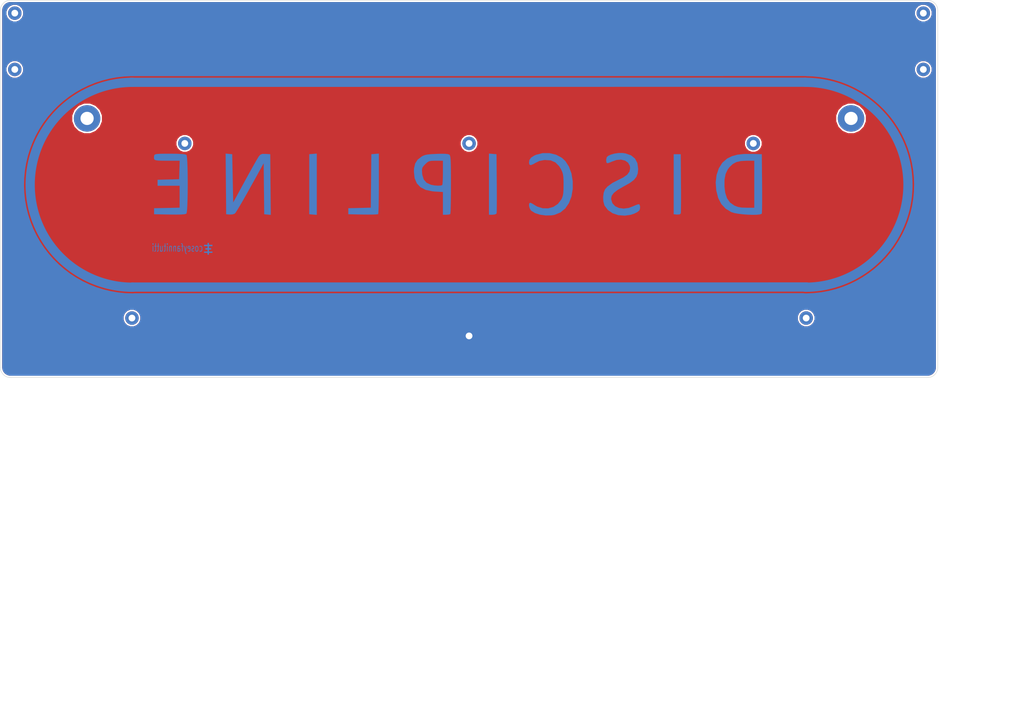
<source format=kicad_pcb>
(kicad_pcb (version 20171130) (host pcbnew "(5.0.0)")

  (general
    (thickness 1.6)
    (drawings 13)
    (tracks 0)
    (zones 0)
    (modules 15)
    (nets 2)
  )

  (page A3)
  (layers
    (0 F.Cu signal)
    (31 B.Cu signal)
    (32 B.Adhes user)
    (33 F.Adhes user)
    (34 B.Paste user)
    (35 F.Paste user)
    (36 B.SilkS user)
    (37 F.SilkS user)
    (38 B.Mask user)
    (39 F.Mask user)
    (40 Dwgs.User user)
    (41 Cmts.User user)
    (42 Eco1.User user)
    (43 Eco2.User user)
    (44 Edge.Cuts user)
    (45 Margin user)
    (46 B.CrtYd user)
    (47 F.CrtYd user)
    (48 B.Fab user hide)
    (49 F.Fab user hide)
  )

  (setup
    (last_trace_width 0.25)
    (trace_clearance 0.2)
    (zone_clearance 0.508)
    (zone_45_only no)
    (trace_min 0.2)
    (segment_width 0.2)
    (edge_width 0.15)
    (via_size 0.8)
    (via_drill 0.4)
    (via_min_size 0.4)
    (via_min_drill 0.3)
    (uvia_size 0.3)
    (uvia_drill 0.1)
    (uvias_allowed no)
    (uvia_min_size 0.2)
    (uvia_min_drill 0.1)
    (pcb_text_width 0.3)
    (pcb_text_size 1.5 1.5)
    (mod_edge_width 0.15)
    (mod_text_size 1 1)
    (mod_text_width 0.15)
    (pad_size 1.8 1.8)
    (pad_drill 0.9)
    (pad_to_mask_clearance 0.051)
    (solder_mask_min_width 0.25)
    (aux_axis_origin 0 0)
    (visible_elements 7FFFF7FF)
    (pcbplotparams
      (layerselection 0x010fc_ffffffff)
      (usegerberextensions false)
      (usegerberattributes false)
      (usegerberadvancedattributes false)
      (creategerberjobfile false)
      (excludeedgelayer true)
      (linewidth 0.100000)
      (plotframeref false)
      (viasonmask false)
      (mode 1)
      (useauxorigin false)
      (hpglpennumber 1)
      (hpglpenspeed 20)
      (hpglpendiameter 15.000000)
      (psnegative false)
      (psa4output false)
      (plotreference true)
      (plotvalue true)
      (plotinvisibletext false)
      (padsonsilk false)
      (subtractmaskfromsilk false)
      (outputformat 1)
      (mirror false)
      (drillshape 0)
      (scaleselection 1)
      (outputdirectory ""))
  )

  (net 0 "")
  (net 1 GND)

  (net_class Default "This is the default net class."
    (clearance 0.2)
    (trace_width 0.25)
    (via_dia 0.8)
    (via_drill 0.4)
    (uvia_dia 0.3)
    (uvia_drill 0.1)
    (add_net GND)
  )

  (module MountingHole:MountingHole_4.3mm_M4_Pad (layer F.Cu) (tedit 5D2BFD56) (tstamp 5D2C0033)
    (at 337.229903 91.409552)
    (descr "Mounting Hole 4.3mm, M4")
    (tags "mounting hole 4.3mm m4")
    (attr virtual)
    (fp_text reference REF** (at 0 -5.3) (layer Cmts.User)
      (effects (font (size 1 1) (thickness 0.15)))
    )
    (fp_text value MountingHole_4.3mm_M4_Pad (at 0 5.3) (layer F.Fab)
      (effects (font (size 1 1) (thickness 0.15)))
    )
    (fp_text user %R (at 0.3 0) (layer F.Fab)
      (effects (font (size 1 1) (thickness 0.15)))
    )
    (fp_circle (center 0 0) (end 4.3 0) (layer Cmts.User) (width 0.15))
    (fp_circle (center 0 0) (end 4.55 0) (layer F.CrtYd) (width 0.05))
    (pad 1 thru_hole circle (at 0 0) (size 8.6 8.6) (drill 4.3) (layers *.Cu *.Mask))
  )

  (module logos:DISCIPLINE_LARGE_COPPER (layer B.Cu) (tedit 5D1D5A92) (tstamp 5D1DEACF)
    (at 209.374879 112.669622 180)
    (fp_text reference G*** (at 0 0 180) (layer B.SilkS) hide
      (effects (font (size 1.524 1.524) (thickness 0.3)) (justify mirror))
    )
    (fp_text value LOGO (at 0.75 0 180) (layer B.SilkS) hide
      (effects (font (size 1.524 1.524) (thickness 0.3)) (justify mirror))
    )
    (fp_poly (pts (xy -50.95736 9.815372) (xy -49.729807 9.474783) (xy -48.807294 9.03334) (xy -48.386112 8.586122)
      (xy -48.207906 7.744564) (xy -48.275562 7.00813) (xy -48.472349 6.705408) (xy -48.90782 6.735629)
      (xy -49.67271 7.015071) (xy -50.006587 7.174651) (xy -51.581829 7.73969) (xy -53.068843 7.84629)
      (xy -54.358847 7.532994) (xy -55.343055 6.838348) (xy -55.912683 5.800895) (xy -56.010256 5.047436)
      (xy -55.776965 3.922045) (xy -55.040141 2.932977) (xy -53.74436 2.022313) (xy -52.553264 1.434871)
      (xy -50.286945 0.278407) (xy -48.657955 -0.903281) (xy -47.826408 -1.851626) (xy -47.405505 -2.928694)
      (xy -47.228894 -4.334429) (xy -47.303491 -5.791015) (xy -47.636214 -7.020636) (xy -47.694714 -7.141485)
      (xy -48.785643 -8.57355) (xy -50.317636 -9.617074) (xy -52.18297 -10.234241) (xy -54.273927 -10.38723)
      (xy -56.173077 -10.118086) (xy -57.335977 -9.733832) (xy -58.354837 -9.220129) (xy -58.991176 -8.699046)
      (xy -59.017449 -8.662148) (xy -59.229994 -8.009039) (xy -59.223793 -7.249836) (xy -59.008306 -6.724204)
      (xy -58.962482 -6.688903) (xy -58.51698 -6.715984) (xy -57.735008 -6.999255) (xy -57.299177 -7.20932)
      (xy -55.561938 -7.878519) (xy -53.889749 -8.097646) (xy -52.382191 -7.899456) (xy -51.138843 -7.316699)
      (xy -50.259286 -6.38213) (xy -49.843099 -5.128499) (xy -49.823077 -4.750388) (xy -50.037398 -3.860573)
      (xy -50.715494 -2.971159) (xy -51.910064 -2.033112) (xy -53.673804 -0.997396) (xy -54.092334 -0.777912)
      (xy -55.926999 0.257165) (xy -57.214713 1.224379) (xy -58.037351 2.22543) (xy -58.476784 3.362015)
      (xy -58.614886 4.735831) (xy -58.615384 4.840361) (xy -58.3593 6.706866) (xy -57.594719 8.167745)
      (xy -56.327149 9.217333) (xy -54.562098 9.849965) (xy -53.601982 9.997625) (xy -52.308553 10.006016)
      (xy -50.95736 9.815372)) (layer B.Cu) (width 0.01))
    (fp_poly (pts (xy -27.519953 9.956917) (xy -25.396835 9.416707) (xy -24.811152 9.1498) (xy -23.768591 8.476872)
      (xy -23.247232 7.716106) (xy -23.120512 6.831046) (xy -23.269853 6.199229) (xy -23.746219 6.061398)
      (xy -24.592129 6.415293) (xy -25.092401 6.726233) (xy -26.470611 7.411467) (xy -28.072978 7.714238)
      (xy -28.278807 7.728795) (xy -30.166391 7.600701) (xy -31.697242 6.938789) (xy -32.926043 5.711769)
      (xy -33.521897 4.728836) (xy -33.906744 3.907906) (xy -34.151866 3.130994) (xy -34.287644 2.213713)
      (xy -34.344456 0.971674) (xy -34.353507 -0.3186) (xy -34.333128 -1.955458) (xy -34.255766 -3.116845)
      (xy -34.09434 -3.977889) (xy -33.821767 -4.713713) (xy -33.60768 -5.141621) (xy -32.505667 -6.574091)
      (xy -31.046747 -7.542132) (xy -29.353052 -8.022547) (xy -27.546718 -7.992141) (xy -25.749876 -7.42772)
      (xy -24.732796 -6.827124) (xy -24.01845 -6.388099) (xy -23.500346 -6.18833) (xy -23.477294 -6.18718)
      (xy -23.1701 -6.44419) (xy -23.115976 -7.07058) (xy -23.284491 -7.849385) (xy -23.645215 -8.563644)
      (xy -23.842052 -8.787871) (xy -25.045705 -9.545905) (xy -26.673485 -10.071595) (xy -28.529171 -10.330935)
      (xy -30.416542 -10.289922) (xy -31.470536 -10.109873) (xy -33.340843 -9.345674) (xy -34.896142 -8.056094)
      (xy -36.103313 -6.302868) (xy -36.929236 -4.147735) (xy -37.34079 -1.65243) (xy -37.330999 0.814102)
      (xy -36.916021 3.332649) (xy -36.106964 5.54716) (xy -34.952299 7.352419) (xy -33.826757 8.420666)
      (xy -31.913072 9.444488) (xy -29.751418 9.961375) (xy -27.519953 9.956917)) (layer B.Cu) (width 0.01))
    (fp_poly (pts (xy -92.987598 9.681897) (xy -90.861969 9.441491) (xy -89.100553 8.954512) (xy -87.575163 8.196458)
      (xy -87.50381 8.151647) (xy -85.991571 6.819221) (xy -84.855967 5.027672) (xy -84.12849 2.87019)
      (xy -83.840632 0.43996) (xy -84.02125 -2.153388) (xy -84.642848 -4.627669) (xy -85.654885 -6.605627)
      (xy -87.090678 -8.135578) (xy -88.9 -9.228317) (xy -89.809422 -9.515588) (xy -91.086813 -9.755219)
      (xy -92.594352 -9.940356) (xy -94.19422 -10.064147) (xy -95.748597 -10.119738) (xy -97.119664 -10.100276)
      (xy -98.1696 -9.998908) (xy -98.760587 -9.808781) (xy -98.83267 -9.722221) (xy -98.873917 -9.291818)
      (xy -98.905709 -8.296373) (xy -98.927299 -6.822069) (xy -98.937937 -4.955087) (xy -98.936875 -2.781611)
      (xy -98.923364 -0.387822) (xy -98.918582 0.166784) (xy -98.851455 7.489743) (xy -96.389743 7.489743)
      (xy -96.389743 -7.815385) (xy -93.853615 -7.815385) (xy -92.285565 -7.761405) (xy -91.113982 -7.569077)
      (xy -90.090689 -7.192817) (xy -89.864512 -7.082693) (xy -88.489147 -6.108109) (xy -87.520944 -4.745072)
      (xy -86.926214 -2.929012) (xy -86.690183 -0.99868) (xy -86.701965 1.309567) (xy -87.053419 3.165184)
      (xy -87.77556 4.689041) (xy -88.338743 5.425858) (xy -89.402825 6.427347) (xy -90.591955 7.063591)
      (xy -92.075169 7.396907) (xy -93.936976 7.489743) (xy -96.389743 7.489743) (xy -98.851455 7.489743)
      (xy -98.832051 9.60641) (xy -95.60563 9.700232) (xy -92.987598 9.681897)) (layer B.Cu) (width 0.01))
    (fp_poly (pts (xy -70.175641 -9.932052) (xy -71.236213 -10.034261) (xy -72.094006 -9.983787) (xy -72.462488 -9.704656)
      (xy -72.502002 -9.278899) (xy -72.532229 -8.287892) (xy -72.55248 -6.817611) (xy -72.562064 -4.954031)
      (xy -72.560293 -2.783128) (xy -72.546477 -0.390878) (xy -72.541659 0.166784) (xy -72.455128 9.60641)
      (xy -70.175641 9.60641) (xy -70.175641 -9.932052)) (layer B.Cu) (width 0.01))
    (fp_poly (pts (xy -10.094871 -10.094872) (xy -11.244835 -10.094872) (xy -12.051626 -9.989629) (xy -12.52649 -9.731517)
      (xy -12.55252 -9.683857) (xy -12.589984 -9.263599) (xy -12.618358 -8.277845) (xy -12.637024 -6.812326)
      (xy -12.645361 -4.952773) (xy -12.64275 -2.784919) (xy -12.628572 -0.394493) (xy -12.62371 0.166784)
      (xy -12.537179 9.60641) (xy -11.316025 9.707478) (xy -10.094871 9.808545) (xy -10.094871 -10.094872)) (layer B.Cu) (width 0.01))
    (fp_poly (pts (xy 6.944089 9.710031) (xy 8.641153 9.627201) (xy 9.843539 9.5124) (xy 10.707845 9.336891)
      (xy 11.390665 9.071936) (xy 11.860979 8.807708) (xy 13.123628 7.810159) (xy 13.901734 6.610652)
      (xy 14.268526 5.06337) (xy 14.321631 3.907692) (xy 14.085145 1.79771) (xy 13.375522 0.117854)
      (xy 12.178851 -1.144894) (xy 10.481219 -2.003555) (xy 8.268715 -2.471146) (xy 7.43009 -2.541454)
      (xy 4.884616 -2.688809) (xy 4.884616 -10.094872) (xy 3.799146 -10.094872) (xy 2.994514 -10.035296)
      (xy 2.511287 -9.890598) (xy 2.496582 -9.877778) (xy 2.440903 -9.50844) (xy 2.390506 -8.571729)
      (xy 2.347296 -7.151546) (xy 2.313175 -5.331792) (xy 2.290048 -3.196366) (xy 2.279819 -0.82917)
      (xy 2.279488 -0.311241) (xy 2.283846 2.461686) (xy 2.29925 4.652927) (xy 2.32919 6.332035)
      (xy 2.374099 7.489743) (xy 4.884616 7.489743) (xy 4.884616 3.636324) (xy 4.90198 2.112993)
      (xy 4.949223 0.835474) (xy 5.01907 -0.059816) (xy 5.10171 -0.434188) (xy 5.620376 -0.603208)
      (xy 6.552352 -0.639189) (xy 7.674808 -0.548722) (xy 8.764915 -0.338397) (xy 8.816489 -0.324321)
      (xy 10.202246 0.315937) (xy 11.113681 1.362647) (xy 11.590687 2.868294) (xy 11.654398 3.40956)
      (xy 11.710023 4.474986) (xy 11.5919 5.16847) (xy 11.206606 5.76438) (xy 10.655628 6.342834)
      (xy 10.013494 6.944688) (xy 9.452181 7.287998) (xy 8.753635 7.445065) (xy 7.699805 7.488188)
      (xy 7.196667 7.489743) (xy 4.884616 7.489743) (xy 2.374099 7.489743) (xy 2.377157 7.568563)
      (xy 2.446644 8.432063) (xy 2.541142 8.992087) (xy 2.664142 9.318188) (xy 2.769221 9.444645)
      (xy 3.249271 9.634828) (xy 4.169178 9.734377) (xy 5.605744 9.748175) (xy 6.944089 9.710031)) (layer B.Cu) (width 0.01))
    (fp_poly (pts (xy 26.946795 9.707478) (xy 28.167949 9.60641) (xy 28.341367 -7.794154) (xy 35.657693 -7.978206)
      (xy 35.657693 -9.932052) (xy 30.917108 -10.021809) (xy 29.221399 -10.038911) (xy 27.762152 -10.025277)
      (xy 26.660906 -9.984227) (xy 26.039202 -9.919083) (xy 25.951082 -9.886125) (xy 25.894372 -9.515486)
      (xy 25.842891 -8.575791) (xy 25.798501 -7.149257) (xy 25.763063 -5.318102) (xy 25.738438 -3.164543)
      (xy 25.726487 -0.770797) (xy 25.725641 0.073931) (xy 25.725641 9.808545) (xy 26.946795 9.707478)) (layer B.Cu) (width 0.01))
    (fp_poly (pts (xy 47.136539 9.707478) (xy 48.357693 9.60641) (xy 48.357693 -9.932052) (xy 47.136539 -10.033119)
      (xy 45.915385 -10.134187) (xy 45.915385 9.808545) (xy 47.136539 9.707478)) (layer B.Cu) (width 0.01))
    (fp_poly (pts (xy 75.472114 -0.06042) (xy 75.385898 -9.932052) (xy 74.246154 -10.027955) (xy 73.312991 -9.977909)
      (xy 72.593592 -9.726278) (xy 72.560498 -9.702314) (xy 72.264644 -9.315274) (xy 71.703081 -8.434047)
      (xy 70.921727 -7.136335) (xy 69.9665 -5.49984) (xy 68.883317 -3.602263) (xy 67.718098 -1.521307)
      (xy 67.600222 -1.308628) (xy 63.185859 6.663514) (xy 63.011539 -9.932052) (xy 61.948399 -10.034453)
      (xy 60.88526 -10.136853) (xy 60.971476 -0.265222) (xy 61.057693 9.60641) (xy 62.56799 9.704172)
      (xy 63.573307 9.70975) (xy 64.195474 9.504873) (xy 64.684657 9.013212) (xy 65.005327 8.514598)
      (xy 65.585188 7.531257) (xy 66.374073 6.151583) (xy 67.321816 4.463967) (xy 68.378253 2.556803)
      (xy 69.198718 1.059389) (xy 73.106411 -6.105712) (xy 73.269231 1.750349) (xy 73.432052 9.60641)
      (xy 74.495191 9.708811) (xy 75.558331 9.811212) (xy 75.472114 -0.06042)) (layer B.Cu) (width 0.01))
    (fp_poly (pts (xy 95.57048 9.763321) (xy 96.92399 9.737821) (xy 97.82475 9.681068) (xy 98.372004 9.581402)
      (xy 98.664994 9.427162) (xy 98.802961 9.206687) (xy 98.817491 9.163824) (xy 98.881461 8.375376)
      (xy 98.804596 8.02408) (xy 98.631993 7.797398) (xy 98.248297 7.644102) (xy 97.5463 7.550723)
      (xy 96.418799 7.503794) (xy 94.758589 7.489843) (xy 94.551658 7.489743) (xy 90.503766 7.489743)
      (xy 90.597396 4.477564) (xy 90.691026 1.465384) (xy 97.692308 1.28053) (xy 97.692308 -0.651282)
      (xy 90.528205 -0.651282) (xy 90.528205 -7.795927) (xy 94.680129 -7.887066) (xy 98.832052 -7.978206)
      (xy 98.832052 -9.932052) (xy 93.776232 -10.02136) (xy 91.627205 -10.041561) (xy 90.064923 -10.012754)
      (xy 89.026434 -9.931369) (xy 88.448787 -9.793837) (xy 88.321745 -9.712001) (xy 88.198389 -9.26989)
      (xy 88.095928 -8.27967) (xy 88.014405 -6.844145) (xy 87.953861 -5.06612) (xy 87.914339 -3.048399)
      (xy 87.895881 -0.893786) (xy 87.898531 1.294915) (xy 87.922331 3.414899) (xy 87.967323 5.363362)
      (xy 88.03355 7.037501) (xy 88.121054 8.334509) (xy 88.229878 9.151585) (xy 88.313847 9.378461)
      (xy 88.775208 9.551893) (xy 89.781561 9.673147) (xy 91.367382 9.744743) (xy 93.567151 9.769197)
      (xy 93.664979 9.76923) (xy 95.57048 9.763321)) (layer B.Cu) (width 0.01))
    (fp_arc (start -113.02 -0.34) (end -113.02 33.01) (angle 180) (layer B.Cu) (width 3))
    (fp_arc (start 105.79 -0.34) (end 105.79 -33.69) (angle 180) (layer B.Cu) (width 3))
    (fp_line (start -112.95 33.04) (end 106.37 33.01) (layer B.Cu) (width 3))
    (fp_line (start -113.4 -33.61) (end 105.92 -33.64) (layer B.Cu) (width 3))
  )

  (module MountingHole:MountingHole_2.2mm_M2_Pad (layer F.Cu) (tedit 5D1D6293) (tstamp 5CE4673E)
    (at 212.989879 162.20574)
    (descr "Mounting Hole 2.2mm, M2")
    (tags "mounting hole 2.2mm m2")
    (path /5D1D6221)
    (zone_connect 2)
    (attr virtual)
    (fp_text reference H1 (at 0 -3.2) (layer Cmts.User)
      (effects (font (size 1 1) (thickness 0.15)))
    )
    (fp_text value MountingHole_Pad (at 0 3.2) (layer F.Fab)
      (effects (font (size 1 1) (thickness 0.15)))
    )
    (fp_circle (center 0 0) (end 2.45 0) (layer F.CrtYd) (width 0.05))
    (fp_circle (center 0 0) (end 2.2 0) (layer Cmts.User) (width 0.15))
    (fp_text user %R (at 0.3 0) (layer F.Fab)
      (effects (font (size 1 1) (thickness 0.15)))
    )
    (pad 1 thru_hole circle (at 0 0) (size 4.4 4.4) (drill 2.2) (layers *.Cu *.Mask)
      (net 1 GND) (zone_connect 2))
  )

  (module MountingHole:MountingHole_2.2mm_M2_Pad (layer F.Cu) (tedit 5CDB4E01) (tstamp 5CDAF84F)
    (at 212.989879 99.550624)
    (descr "Mounting Hole 2.2mm, M2")
    (tags "mounting hole 2.2mm m2")
    (attr virtual)
    (fp_text reference REF** (at 0 -3.2) (layer Cmts.User)
      (effects (font (size 1 1) (thickness 0.15)))
    )
    (fp_text value MountingHole_2.2mm_M2_Pad (at 0 3.2) (layer F.Fab)
      (effects (font (size 1 1) (thickness 0.15)))
    )
    (fp_circle (center 0 0) (end 2.45 0) (layer F.CrtYd) (width 0.05))
    (fp_circle (center 0 0) (end 2.2 0) (layer Cmts.User) (width 0.15))
    (fp_text user %R (at 0.3 0) (layer F.Fab)
      (effects (font (size 1 1) (thickness 0.15)))
    )
    (pad 1 thru_hole circle (at 0 0) (size 4.4 4.4) (drill 2.2) (layers *.Cu *.Mask))
  )

  (module MountingHole:MountingHole_2.2mm_M2_Pad (layer F.Cu) (tedit 5CDB4E15) (tstamp 5CDAF7F1)
    (at 305.448502 99.550624)
    (descr "Mounting Hole 2.2mm, M2")
    (tags "mounting hole 2.2mm m2")
    (attr virtual)
    (fp_text reference REF** (at 0 -3.2) (layer Cmts.User)
      (effects (font (size 1 1) (thickness 0.15)))
    )
    (fp_text value MountingHole_2.2mm_M2_Pad (at 0 3.2) (layer F.Fab)
      (effects (font (size 1 1) (thickness 0.15)))
    )
    (fp_text user %R (at 0.3 0) (layer F.Fab)
      (effects (font (size 1 1) (thickness 0.15)))
    )
    (fp_circle (center 0 0) (end 2.2 0) (layer Cmts.User) (width 0.15))
    (fp_circle (center 0 0) (end 2.45 0) (layer F.CrtYd) (width 0.05))
    (pad 1 thru_hole circle (at 0 0) (size 4.4 4.4) (drill 2.2) (layers *.Cu *.Mask))
  )

  (module MountingHole:MountingHole_2.2mm_M2_Pad (layer F.Cu) (tedit 5CDB4DEE) (tstamp 5CDAF77A)
    (at 120.531257 99.550624)
    (descr "Mounting Hole 2.2mm, M2")
    (tags "mounting hole 2.2mm m2")
    (attr virtual)
    (fp_text reference REF** (at 0 -3.2) (layer Cmts.User)
      (effects (font (size 1 1) (thickness 0.15)))
    )
    (fp_text value MountingHole_2.2mm_M2_Pad (at 0 3.2) (layer F.Fab)
      (effects (font (size 1 1) (thickness 0.15)))
    )
    (fp_circle (center 0 0) (end 2.45 0) (layer F.CrtYd) (width 0.05))
    (fp_circle (center 0 0) (end 2.2 0) (layer Cmts.User) (width 0.15))
    (fp_text user %R (at 0.3 0) (layer F.Fab)
      (effects (font (size 1 1) (thickness 0.15)))
    )
    (pad 1 thru_hole circle (at 0 0) (size 4.4 4.4) (drill 2.2) (layers *.Cu *.Mask))
  )

  (module MountingHole:MountingHole_2.2mm_M2_Pad (layer F.Cu) (tedit 5CDB4E19) (tstamp 5CDAF07E)
    (at 322.637337 156.39459)
    (descr "Mounting Hole 2.2mm, M2")
    (tags "mounting hole 2.2mm m2")
    (attr virtual)
    (fp_text reference REF** (at 0 -3.2) (layer Cmts.User)
      (effects (font (size 1 1) (thickness 0.15)))
    )
    (fp_text value MountingHole_2.2mm_M2_Pad (at 0 3.2) (layer F.Fab)
      (effects (font (size 1 1) (thickness 0.15)))
    )
    (fp_circle (center 0 0) (end 2.45 0) (layer F.CrtYd) (width 0.05))
    (fp_circle (center 0 0) (end 2.2 0) (layer Cmts.User) (width 0.15))
    (fp_text user %R (at 0.3 0) (layer F.Fab)
      (effects (font (size 1 1) (thickness 0.15)))
    )
    (pad 1 thru_hole circle (at 0 0) (size 4.4 4.4) (drill 2.2) (layers *.Cu *.Mask))
  )

  (module MountingHole:MountingHole_2.2mm_M2_Pad (layer F.Cu) (tedit 5CDB4DF3) (tstamp 5CDAF070)
    (at 103.342422 156.39459)
    (descr "Mounting Hole 2.2mm, M2")
    (tags "mounting hole 2.2mm m2")
    (attr virtual)
    (fp_text reference REF** (at 0 -3.2) (layer Cmts.User)
      (effects (font (size 1 1) (thickness 0.15)))
    )
    (fp_text value MountingHole_2.2mm_M2_Pad (at 0 3.2) (layer F.Fab)
      (effects (font (size 1 1) (thickness 0.15)))
    )
    (fp_text user %R (at 0.3 0) (layer F.Fab)
      (effects (font (size 1 1) (thickness 0.15)))
    )
    (fp_circle (center 0 0) (end 2.2 0) (layer Cmts.User) (width 0.15))
    (fp_circle (center 0 0) (end 2.45 0) (layer F.CrtYd) (width 0.05))
    (pad 1 thru_hole circle (at 0 0) (size 4.4 4.4) (drill 2.2) (layers *.Cu *.Mask))
  )

  (module MountingHole:MountingHole_2.2mm_M2_Pad (layer F.Cu) (tedit 5CDB4E0D) (tstamp 5CDAEF92)
    (at 360.747255 75.468873)
    (descr "Mounting Hole 2.2mm, M2")
    (tags "mounting hole 2.2mm m2")
    (attr virtual)
    (fp_text reference REF** (at 0 -3.2) (layer Cmts.User)
      (effects (font (size 1 1) (thickness 0.15)))
    )
    (fp_text value MountingHole_2.2mm_M2_Pad (at 0 3.2) (layer F.Fab)
      (effects (font (size 1 1) (thickness 0.15)))
    )
    (fp_text user %R (at 0.3 0) (layer F.Fab)
      (effects (font (size 1 1) (thickness 0.15)))
    )
    (fp_circle (center 0 0) (end 2.2 0) (layer Cmts.User) (width 0.15))
    (fp_circle (center 0 0) (end 2.45 0) (layer F.CrtYd) (width 0.05))
    (pad 1 thru_hole circle (at 0 0) (size 4.4 4.4) (drill 2.2) (layers *.Cu *.Mask))
  )

  (module MountingHole:MountingHole_2.2mm_M2_Pad (layer F.Cu) (tedit 5CDB4E08) (tstamp 5CDAEF40)
    (at 360.747255 57.14716)
    (descr "Mounting Hole 2.2mm, M2")
    (tags "mounting hole 2.2mm m2")
    (attr virtual)
    (fp_text reference REF** (at 0 -3.2) (layer Cmts.User)
      (effects (font (size 1 1) (thickness 0.15)))
    )
    (fp_text value MountingHole_2.2mm_M2_Pad (at 0 3.2) (layer F.Fab)
      (effects (font (size 1 1) (thickness 0.15)))
    )
    (fp_circle (center 0 0) (end 2.45 0) (layer F.CrtYd) (width 0.05))
    (fp_circle (center 0 0) (end 2.2 0) (layer Cmts.User) (width 0.15))
    (fp_text user %R (at 0.3 0) (layer F.Fab)
      (effects (font (size 1 1) (thickness 0.15)))
    )
    (pad 1 thru_hole circle (at 0 0) (size 4.4 4.4) (drill 2.2) (layers *.Cu *.Mask))
  )

  (module MountingHole:MountingHole_2.2mm_M2_Pad (layer F.Cu) (tedit 5CFB723C) (tstamp 5CDAE1E4)
    (at 65.232504 57.14716)
    (descr "Mounting Hole 2.2mm, M2")
    (tags "mounting hole 2.2mm m2")
    (attr virtual)
    (fp_text reference REF** (at 0 -3.2) (layer Cmts.User)
      (effects (font (size 1 1) (thickness 0.15)))
    )
    (fp_text value MountingHole_2.2mm_M2_Pad (at 0 3.2) (layer F.Fab)
      (effects (font (size 1 1) (thickness 0.15)))
    )
    (fp_text user %R (at 0.3 0) (layer F.Fab)
      (effects (font (size 1 1) (thickness 0.15)))
    )
    (fp_circle (center 0 0) (end 2.2 0) (layer Cmts.User) (width 0.15))
    (fp_circle (center 0 0) (end 2.45 0) (layer F.CrtYd) (width 0.05))
    (pad 1 thru_hole circle (at 0 0) (size 4.4 4.4) (drill 2.2) (layers *.Cu *.Mask))
  )

  (module MountingHole:MountingHole_2.2mm_M2_Pad (layer F.Cu) (tedit 5CFB748D) (tstamp 5CDAE1D6)
    (at 65.232504 75.468873)
    (descr "Mounting Hole 2.2mm, M2")
    (tags "mounting hole 2.2mm m2")
    (attr virtual)
    (fp_text reference REF** (at 0 -3.2) (layer Cmts.User)
      (effects (font (size 1 1) (thickness 0.15)))
    )
    (fp_text value MountingHole_2.2mm_M2_Pad (at 0 3.2) (layer F.Fab)
      (effects (font (size 1 1) (thickness 0.15)))
    )
    (fp_circle (center 0 0) (end 2.45 0) (layer F.CrtYd) (width 0.05))
    (fp_circle (center 0 0) (end 2.2 0) (layer Cmts.User) (width 0.15))
    (fp_text user %R (at 0.3 0) (layer F.Fab)
      (effects (font (size 1 1) (thickness 0.15)))
    )
    (pad 1 thru_hole circle (at 0 0) (size 4.4 4.4) (drill 2.2) (layers *.Cu *.Mask))
  )

  (module "logos:TOPY 4MM COPPER" (layer B.Cu) (tedit 5CDE2DB2) (tstamp 5D1E7ACF)
    (at 128.155352 133.842202)
    (fp_text reference G*** (at 0 0) (layer B.SilkS) hide
      (effects (font (size 1.524 1.524) (thickness 0.3)) (justify mirror))
    )
    (fp_text value LOGO (at 0.75 0) (layer B.SilkS) hide
      (effects (font (size 1.524 1.524) (thickness 0.3)) (justify mirror))
    )
    (fp_poly (pts (xy 0.220134 1.320919) (xy 0.789517 1.318742) (xy 1.3589 1.316566) (xy 1.3589 0.910166)
      (xy 0.220134 0.905814) (xy 0.220134 0.245533) (xy 0.939801 0.245533) (xy 0.939801 -0.186267)
      (xy 0.220134 -0.186267) (xy 0.220134 -0.863481) (xy 0.789517 -0.865658) (xy 1.3589 -0.867834)
      (xy 1.361163 -1.081617) (xy 1.363425 -1.2954) (xy 0.220134 -1.2954) (xy 0.220134 -1.913467)
      (xy -0.220133 -1.913467) (xy -0.220133 -1.2954) (xy -1.354666 -1.2954) (xy -1.354666 -0.863601)
      (xy -0.220133 -0.863601) (xy -0.220133 -0.186267) (xy -0.931333 -0.186267) (xy -0.931333 0.245533)
      (xy -0.220133 0.245533) (xy -0.220133 0.905933) (xy -1.354666 0.905933) (xy -1.354666 1.320799)
      (xy -0.220352 1.320799) (xy -0.2159 1.909233) (xy 0.002117 1.911492) (xy 0.220134 1.913752)
      (xy 0.220134 1.320919)) (layer B.Cu) (width 0.01))
  )

  (module "logos:TOPY 4MM MASK" (layer B.Cu) (tedit 0) (tstamp 5D1E7AE0)
    (at 128.155352 133.842202)
    (fp_text reference G*** (at 0 0) (layer B.SilkS) hide
      (effects (font (size 1.524 1.524) (thickness 0.3)) (justify mirror))
    )
    (fp_text value LOGO (at 0.75 0) (layer B.SilkS) hide
      (effects (font (size 1.524 1.524) (thickness 0.3)) (justify mirror))
    )
    (fp_poly (pts (xy 0.220134 1.320919) (xy 0.789517 1.318742) (xy 1.3589 1.316566) (xy 1.3589 0.910166)
      (xy 0.220134 0.905814) (xy 0.220134 0.245533) (xy 0.939801 0.245533) (xy 0.939801 -0.186267)
      (xy 0.220134 -0.186267) (xy 0.220134 -0.863481) (xy 0.789517 -0.865658) (xy 1.3589 -0.867834)
      (xy 1.361163 -1.081617) (xy 1.363425 -1.2954) (xy 0.220134 -1.2954) (xy 0.220134 -1.913467)
      (xy -0.220133 -1.913467) (xy -0.220133 -1.2954) (xy -1.354666 -1.2954) (xy -1.354666 -0.863601)
      (xy -0.220133 -0.863601) (xy -0.220133 -0.186267) (xy -0.931333 -0.186267) (xy -0.931333 0.245533)
      (xy -0.220133 0.245533) (xy -0.220133 0.905933) (xy -1.354666 0.905933) (xy -1.354666 1.320799)
      (xy -0.220352 1.320799) (xy -0.2159 1.909233) (xy 0.002117 1.911492) (xy 0.220134 1.913752)
      (xy 0.220134 1.320919)) (layer B.Mask) (width 0.01))
  )

  (module MountingHole:MountingHole_4.3mm_M4_Pad (layer F.Cu) (tedit 5D2BFD4F) (tstamp 5D2C0022)
    (at 88.749856 91.409552)
    (descr "Mounting Hole 4.3mm, M4")
    (tags "mounting hole 4.3mm m4")
    (attr virtual)
    (fp_text reference REF** (at 0 -5.3) (layer Cmts.User)
      (effects (font (size 1 1) (thickness 0.15)))
    )
    (fp_text value MountingHole_4.3mm_M4_Pad (at 0 5.3) (layer F.Fab)
      (effects (font (size 1 1) (thickness 0.15)))
    )
    (fp_circle (center 0 0) (end 4.55 0) (layer F.CrtYd) (width 0.05))
    (fp_circle (center 0 0) (end 4.3 0) (layer Cmts.User) (width 0.15))
    (fp_text user %R (at 0.3 0) (layer F.Fab)
      (effects (font (size 1 1) (thickness 0.15)))
    )
    (pad 1 thru_hole circle (at 0 0) (size 8.6 8.6) (drill 4.3) (layers *.Cu *.Mask))
  )

  (gr_text coseyfannitutti (at 118.1115 133.50974) (layer B.Mask) (tstamp 5D1E7AE5)
    (effects (font (size 2.5 1.5) (thickness 0.2)) (justify mirror))
  )
  (gr_text coseyfannitutti (at 118.1115 133.50974) (layer B.Cu)
    (effects (font (size 2.5 1.5) (thickness 0.2)) (justify mirror))
  )
  (gr_text 7/2/2019 (at 335.646636 280.020494) (layer Cmts.User)
    (effects (font (size 1.5 1.5) (thickness 0.3)))
  )
  (gr_text 1 (at 392.497638 280.037992) (layer Cmts.User)
    (effects (font (size 1.5 1.5) (thickness 0.3)))
  )
  (gr_text "DISCIPLINE - 65% keyboard made with only through hole components" (at 341.980912 260.755196) (layer Cmts.User)
    (effects (font (size 1.5 1.5) (thickness 0.3)))
  )
  (gr_line (start 362.129784 175.749849) (end 63.852975 175.749849) (layer Edge.Cuts) (width 0.15))
  (gr_line (start 365.436843 56.249439) (end 365.436843 172.44279) (layer Edge.Cuts) (width 0.15))
  (gr_line (start 63.849975 52.94238) (end 362.129784 52.94238) (layer Edge.Cuts) (width 0.15))
  (gr_line (start 60.542916 172.445789) (end 60.542916 56.249439) (layer Edge.Cuts) (width 0.15))
  (gr_arc (start 362.129784 56.249439) (end 365.436843 56.249439) (angle -90) (layer Edge.Cuts) (width 0.15) (tstamp 5CEDC3AF))
  (gr_arc (start 362.129784 172.44279) (end 362.129784 175.749849) (angle -90) (layer Edge.Cuts) (width 0.15) (tstamp 5CEDC3AD))
  (gr_arc (start 63.849975 172.442789) (end 60.542916 172.445789) (angle -90) (layer Edge.Cuts) (width 0.15) (tstamp 5CEDC3AB))
  (gr_arc (start 63.849975 56.249439) (end 63.849975 52.94238) (angle -90) (layer Edge.Cuts) (width 0.15))

  (zone (net 1) (net_name GND) (layer F.Cu) (tstamp 0) (hatch edge 0.508)
    (connect_pads (clearance 0.508))
    (min_thickness 0.254)
    (fill yes (arc_segments 16) (thermal_gap 0.508) (thermal_bridge_width 0.508))
    (polygon
      (pts
        (xy 60.525582 52.93145) (xy 365.44573 53.036438) (xy 365.428232 175.76741) (xy 60.438092 175.732414)
      )
    )
    (filled_polygon
      (pts
        (xy 362.686565 53.717043) (xy 363.217376 53.89568) (xy 363.697439 54.184132) (xy 364.104363 54.568941) (xy 364.419162 55.032154)
        (xy 364.627151 55.552162) (xy 364.723315 56.133043) (xy 364.726843 56.259344) (xy 364.726844 172.404331) (xy 364.66218 172.99957)
        (xy 364.483543 173.530382) (xy 364.195092 174.010444) (xy 363.810282 174.417369) (xy 363.347069 174.732168) (xy 362.827061 174.940157)
        (xy 362.24618 175.036321) (xy 362.119879 175.039849) (xy 63.891109 175.039849) (xy 63.295493 174.975691) (xy 62.764519 174.797534)
        (xy 62.284197 174.509521) (xy 61.876919 174.125077) (xy 61.561701 173.662151) (xy 61.353241 173.142332) (xy 61.25655 172.561538)
        (xy 61.252916 172.43555) (xy 61.252916 155.830673) (xy 100.507422 155.830673) (xy 100.507422 156.958507) (xy 100.939025 158.000489)
        (xy 101.736523 158.797987) (xy 102.778505 159.22959) (xy 103.906339 159.22959) (xy 104.948321 158.797987) (xy 105.745819 158.000489)
        (xy 106.177422 156.958507) (xy 106.177422 155.830673) (xy 319.802337 155.830673) (xy 319.802337 156.958507) (xy 320.23394 158.000489)
        (xy 321.031438 158.797987) (xy 322.07342 159.22959) (xy 323.201254 159.22959) (xy 324.243236 158.797987) (xy 325.040734 158.000489)
        (xy 325.472337 156.958507) (xy 325.472337 155.830673) (xy 325.040734 154.788691) (xy 324.243236 153.991193) (xy 323.201254 153.55959)
        (xy 322.07342 153.55959) (xy 321.031438 153.991193) (xy 320.23394 154.788691) (xy 319.802337 155.830673) (xy 106.177422 155.830673)
        (xy 105.745819 154.788691) (xy 104.948321 153.991193) (xy 103.906339 153.55959) (xy 102.778505 153.55959) (xy 101.736523 153.991193)
        (xy 100.939025 154.788691) (xy 100.507422 155.830673) (xy 61.252916 155.830673) (xy 61.252916 98.986707) (xy 117.696257 98.986707)
        (xy 117.696257 100.114541) (xy 118.12786 101.156523) (xy 118.925358 101.954021) (xy 119.96734 102.385624) (xy 121.095174 102.385624)
        (xy 122.137156 101.954021) (xy 122.934654 101.156523) (xy 123.366257 100.114541) (xy 123.366257 98.986707) (xy 210.154879 98.986707)
        (xy 210.154879 100.114541) (xy 210.586482 101.156523) (xy 211.38398 101.954021) (xy 212.425962 102.385624) (xy 213.553796 102.385624)
        (xy 214.595778 101.954021) (xy 215.393276 101.156523) (xy 215.824879 100.114541) (xy 215.824879 98.986707) (xy 302.613502 98.986707)
        (xy 302.613502 100.114541) (xy 303.045105 101.156523) (xy 303.842603 101.954021) (xy 304.884585 102.385624) (xy 306.012419 102.385624)
        (xy 307.054401 101.954021) (xy 307.851899 101.156523) (xy 308.283502 100.114541) (xy 308.283502 98.986707) (xy 307.851899 97.944725)
        (xy 307.054401 97.147227) (xy 306.012419 96.715624) (xy 304.884585 96.715624) (xy 303.842603 97.147227) (xy 303.045105 97.944725)
        (xy 302.613502 98.986707) (xy 215.824879 98.986707) (xy 215.393276 97.944725) (xy 214.595778 97.147227) (xy 213.553796 96.715624)
        (xy 212.425962 96.715624) (xy 211.38398 97.147227) (xy 210.586482 97.944725) (xy 210.154879 98.986707) (xy 123.366257 98.986707)
        (xy 122.934654 97.944725) (xy 122.137156 97.147227) (xy 121.095174 96.715624) (xy 119.96734 96.715624) (xy 118.925358 97.147227)
        (xy 118.12786 97.944725) (xy 117.696257 98.986707) (xy 61.252916 98.986707) (xy 61.252916 90.42792) (xy 83.814856 90.42792)
        (xy 83.814856 92.391184) (xy 84.566165 94.205005) (xy 85.954403 95.593243) (xy 87.768224 96.344552) (xy 89.731488 96.344552)
        (xy 91.545309 95.593243) (xy 92.933547 94.205005) (xy 93.684856 92.391184) (xy 93.684856 90.42792) (xy 332.294903 90.42792)
        (xy 332.294903 92.391184) (xy 333.046212 94.205005) (xy 334.43445 95.593243) (xy 336.248271 96.344552) (xy 338.211535 96.344552)
        (xy 340.025356 95.593243) (xy 341.413594 94.205005) (xy 342.164903 92.391184) (xy 342.164903 90.42792) (xy 341.413594 88.614099)
        (xy 340.025356 87.225861) (xy 338.211535 86.474552) (xy 336.248271 86.474552) (xy 334.43445 87.225861) (xy 333.046212 88.614099)
        (xy 332.294903 90.42792) (xy 93.684856 90.42792) (xy 92.933547 88.614099) (xy 91.545309 87.225861) (xy 89.731488 86.474552)
        (xy 87.768224 86.474552) (xy 85.954403 87.225861) (xy 84.566165 88.614099) (xy 83.814856 90.42792) (xy 61.252916 90.42792)
        (xy 61.252916 74.904956) (xy 62.397504 74.904956) (xy 62.397504 76.03279) (xy 62.829107 77.074772) (xy 63.626605 77.87227)
        (xy 64.668587 78.303873) (xy 65.796421 78.303873) (xy 66.838403 77.87227) (xy 67.635901 77.074772) (xy 68.067504 76.03279)
        (xy 68.067504 74.904956) (xy 357.912255 74.904956) (xy 357.912255 76.03279) (xy 358.343858 77.074772) (xy 359.141356 77.87227)
        (xy 360.183338 78.303873) (xy 361.311172 78.303873) (xy 362.353154 77.87227) (xy 363.150652 77.074772) (xy 363.582255 76.03279)
        (xy 363.582255 74.904956) (xy 363.150652 73.862974) (xy 362.353154 73.065476) (xy 361.311172 72.633873) (xy 360.183338 72.633873)
        (xy 359.141356 73.065476) (xy 358.343858 73.862974) (xy 357.912255 74.904956) (xy 68.067504 74.904956) (xy 67.635901 73.862974)
        (xy 66.838403 73.065476) (xy 65.796421 72.633873) (xy 64.668587 72.633873) (xy 63.626605 73.065476) (xy 62.829107 73.862974)
        (xy 62.397504 74.904956) (xy 61.252916 74.904956) (xy 61.252916 56.583243) (xy 62.397504 56.583243) (xy 62.397504 57.711077)
        (xy 62.829107 58.753059) (xy 63.626605 59.550557) (xy 64.668587 59.98216) (xy 65.796421 59.98216) (xy 66.838403 59.550557)
        (xy 67.635901 58.753059) (xy 68.067504 57.711077) (xy 68.067504 56.583243) (xy 357.912255 56.583243) (xy 357.912255 57.711077)
        (xy 358.343858 58.753059) (xy 359.141356 59.550557) (xy 360.183338 59.98216) (xy 361.311172 59.98216) (xy 362.353154 59.550557)
        (xy 363.150652 58.753059) (xy 363.582255 57.711077) (xy 363.582255 56.583243) (xy 363.150652 55.541261) (xy 362.353154 54.743763)
        (xy 361.311172 54.31216) (xy 360.183338 54.31216) (xy 359.141356 54.743763) (xy 358.343858 55.541261) (xy 357.912255 56.583243)
        (xy 68.067504 56.583243) (xy 67.635901 55.541261) (xy 66.838403 54.743763) (xy 65.796421 54.31216) (xy 64.668587 54.31216)
        (xy 63.626605 54.743763) (xy 62.829107 55.541261) (xy 62.397504 56.583243) (xy 61.252916 56.583243) (xy 61.252916 56.287889)
        (xy 61.317579 55.692658) (xy 61.496216 55.161847) (xy 61.784668 54.681784) (xy 62.169477 54.27486) (xy 62.63269 53.960061)
        (xy 63.152698 53.752072) (xy 63.733579 53.655908) (xy 63.85988 53.65238) (xy 362.091334 53.65238)
      )
    )
  )
  (zone (net 1) (net_name GND) (layer B.Cu) (tstamp 0) (hatch edge 0.508)
    (connect_pads (clearance 0.508))
    (min_thickness 0.254)
    (fill yes (arc_segments 16) (thermal_gap 0.508) (thermal_bridge_width 0.508))
    (polygon
      (pts
        (xy 60.525582 52.93145) (xy 365.44573 53.036438) (xy 365.428232 175.76741) (xy 60.420594 175.732414)
      )
    )
    (filled_polygon
      (pts
        (xy 362.686565 53.717043) (xy 363.217376 53.89568) (xy 363.697439 54.184132) (xy 364.104363 54.568941) (xy 364.419162 55.032154)
        (xy 364.627151 55.552162) (xy 364.723315 56.133043) (xy 364.726843 56.259344) (xy 364.726844 172.404331) (xy 364.66218 172.99957)
        (xy 364.483543 173.530382) (xy 364.195092 174.010444) (xy 363.810282 174.417369) (xy 363.347069 174.732168) (xy 362.827061 174.940157)
        (xy 362.24618 175.036321) (xy 362.119879 175.039849) (xy 63.891109 175.039849) (xy 63.295493 174.975691) (xy 62.764519 174.797534)
        (xy 62.284197 174.509521) (xy 61.876919 174.125077) (xy 61.561701 173.662151) (xy 61.353241 173.142332) (xy 61.25655 172.561538)
        (xy 61.252916 172.43555) (xy 61.252916 155.830673) (xy 100.507422 155.830673) (xy 100.507422 156.958507) (xy 100.939025 158.000489)
        (xy 101.736523 158.797987) (xy 102.778505 159.22959) (xy 103.906339 159.22959) (xy 104.948321 158.797987) (xy 105.745819 158.000489)
        (xy 106.177422 156.958507) (xy 106.177422 155.830673) (xy 319.802337 155.830673) (xy 319.802337 156.958507) (xy 320.23394 158.000489)
        (xy 321.031438 158.797987) (xy 322.07342 159.22959) (xy 323.201254 159.22959) (xy 324.243236 158.797987) (xy 325.040734 158.000489)
        (xy 325.472337 156.958507) (xy 325.472337 155.830673) (xy 325.040734 154.788691) (xy 324.243236 153.991193) (xy 323.201254 153.55959)
        (xy 322.07342 153.55959) (xy 321.031438 153.991193) (xy 320.23394 154.788691) (xy 319.802337 155.830673) (xy 106.177422 155.830673)
        (xy 105.745819 154.788691) (xy 104.948321 153.991193) (xy 103.906339 153.55959) (xy 102.778505 153.55959) (xy 101.736523 153.991193)
        (xy 100.939025 154.788691) (xy 100.507422 155.830673) (xy 61.252916 155.830673) (xy 61.252916 113.122765) (xy 68.101221 113.122765)
        (xy 68.101543 113.184241) (xy 68.101221 113.245716) (xy 68.101982 113.268061) (xy 68.191087 115.535936) (xy 68.195587 115.597222)
        (xy 68.199449 115.658602) (xy 68.201728 115.680842) (xy 68.444877 117.937404) (xy 68.453539 117.998267) (xy 68.461564 118.059218)
        (xy 68.46535 118.081252) (xy 68.861417 120.316051) (xy 68.874187 120.376131) (xy 68.886349 120.436446) (xy 68.891626 120.458172)
        (xy 69.438774 122.660857) (xy 69.455615 122.719978) (xy 69.471838 122.779278) (xy 69.47858 122.800595) (xy 70.174279 124.960965)
        (xy 70.195089 125.018768) (xy 70.215321 125.076864) (xy 70.223497 125.097673) (xy 71.064524 127.205721) (xy 71.089223 127.261986)
        (xy 71.113353 127.318558) (xy 71.122925 127.338763) (xy 72.105383 129.384728) (xy 72.133876 129.43923) (xy 72.161775 129.493984)
        (xy 72.172699 129.513491) (xy 73.292039 131.487895) (xy 73.324148 131.540292) (xy 73.35573 131.593062) (xy 73.367946 131.611765)
        (xy 73.367956 131.611781) (xy 73.367965 131.611794) (xy 74.618993 133.50548) (xy 74.654588 133.555567) (xy 74.68969 133.606072)
        (xy 74.703161 133.623916) (xy 76.080102 135.428141) (xy 76.119037 135.47571) (xy 76.157477 135.523691) (xy 76.17213 135.540577)
        (xy 77.668597 137.246971) (xy 77.71068 137.291786) (xy 77.752292 137.337038) (xy 77.768059 137.352888) (xy 79.377123 138.953548)
        (xy 79.422134 138.995375) (xy 79.46675 139.037714) (xy 79.483559 139.052455) (xy 81.197765 140.539967) (xy 81.245524 140.578641)
        (xy 81.292909 140.617841) (xy 81.310682 140.631405) (xy 83.122091 141.99888) (xy 83.17241 142.034245) (xy 83.222312 142.070103)
        (xy 83.240942 142.08241) (xy 83.240966 142.082427) (xy 83.240987 142.08244) (xy 85.14119 143.323531) (xy 85.193713 143.35534)
        (xy 85.246022 143.387773) (xy 85.265471 143.398799) (xy 87.245709 144.507786) (xy 87.300307 144.535966) (xy 87.354669 144.564749)
        (xy 87.374823 144.574426) (xy 89.425904 145.546159) (xy 89.482329 145.570576) (xy 89.538485 145.595578) (xy 89.559251 145.603863)
        (xy 91.671674 146.43384) (xy 91.729612 146.454357) (xy 91.787355 146.475488) (xy 91.808636 146.482341) (xy 93.97262 147.166719)
        (xy 94.031818 147.183247) (xy 94.090866 147.200402) (xy 94.112564 147.205792) (xy 96.318085 147.741401) (xy 96.378213 147.753853)
        (xy 96.438348 147.766964) (xy 96.460362 147.770865) (xy 98.697204 148.155224) (xy 98.758068 148.163561) (xy 98.818927 148.172548)
        (xy 98.841156 148.174943) (xy 101.09896 148.406274) (xy 101.160258 148.410453) (xy 101.221581 148.415279) (xy 101.243919 148.416157)
        (xy 101.243921 148.416157) (xy 103.512231 148.493386) (xy 103.657528 148.493386) (xy 103.802488 148.483504) (xy 103.94644 148.463784)
        (xy 104.03936 148.444541) (xy 321.817276 148.414753) (xy 321.95099 148.447967) (xy 322.094058 148.473322) (xy 322.238518 148.488889)
        (xy 322.383703 148.494593) (xy 322.40606 148.494593) (xy 322.755294 148.492764) (xy 322.786011 148.491557) (xy 322.816761 148.491557)
        (xy 322.839101 148.490679) (xy 325.106478 148.389701) (xy 325.167761 148.384878) (xy 325.229099 148.380696) (xy 325.251328 148.378301)
        (xy 327.506586 148.12334) (xy 327.5674 148.11436) (xy 327.628309 148.106016) (xy 327.650318 148.102116) (xy 327.650324 148.102115)
        (xy 327.650329 148.102114) (xy 329.883018 147.694353) (xy 329.943056 147.681262) (xy 330.003282 147.66879) (xy 330.02498 147.6634)
        (xy 332.224769 147.104724) (xy 332.283755 147.087587) (xy 332.343016 147.071041) (xy 332.364297 147.064188) (xy 334.520995 146.357186)
        (xy 334.578689 146.336073) (xy 334.636676 146.315539) (xy 334.657431 146.307258) (xy 334.657443 146.307254) (xy 334.657453 146.30725)
        (xy 336.761058 145.455202) (xy 336.817212 145.430201) (xy 336.873639 145.405782) (xy 336.89378 145.39611) (xy 336.893794 145.396104)
        (xy 336.893805 145.396098) (xy 338.934585 144.402947) (xy 338.988856 144.374213) (xy 339.043545 144.345985) (xy 339.062994 144.334959)
        (xy 341.031511 143.205296) (xy 341.083773 143.172892) (xy 341.136343 143.141054) (xy 341.154997 143.128731) (xy 343.04212 141.867796)
        (xy 343.092003 141.831951) (xy 343.142341 141.796573) (xy 343.160113 141.783009) (xy 344.957105 140.39664) (xy 345.004479 140.357449)
        (xy 345.052249 140.318765) (xy 345.069058 140.304024) (xy 346.767593 138.798642) (xy 346.812206 138.756306) (xy 346.857219 138.714477)
        (xy 346.872987 138.698627) (xy 348.4652 137.081206) (xy 348.506812 137.035954) (xy 348.548895 136.991139) (xy 348.563548 136.974253)
        (xy 350.042064 135.252282) (xy 350.08048 135.204331) (xy 350.11944 135.156731) (xy 350.13291 135.138888) (xy 351.490882 133.320342)
        (xy 351.525939 133.269901) (xy 351.561579 133.219751) (xy 351.573804 133.201032) (xy 352.804943 131.294336) (xy 352.836503 131.241604)
        (xy 352.868636 131.189168) (xy 352.879551 131.169677) (xy 352.87956 131.169662) (xy 352.879566 131.169649) (xy 353.978163 129.183643)
        (xy 354.006048 129.128916) (xy 354.034554 129.074388) (xy 354.044126 129.054183) (xy 355.005105 126.998043) (xy 355.029216 126.941516)
        (xy 355.053935 126.885205) (xy 355.062098 126.864426) (xy 355.062111 126.864396) (xy 355.06212 126.86437) (xy 355.881015 124.747656)
        (xy 355.901224 124.689626) (xy 355.922057 124.631758) (xy 355.928799 124.610441) (xy 356.601837 122.442904) (xy 356.618074 122.383553)
        (xy 356.6349 122.324483) (xy 356.640168 122.30279) (xy 356.640177 122.302757) (xy 356.640183 122.302729) (xy 357.16423 120.094464)
        (xy 357.176373 120.034241) (xy 357.189163 119.974067) (xy 357.19295 119.952033) (xy 357.565591 117.71321) (xy 357.57361 117.652306)
        (xy 357.582278 117.591397) (xy 357.584557 117.569156) (xy 357.804062 115.31017) (xy 357.807923 115.248801) (xy 357.812424 115.187506)
        (xy 357.813185 115.165162) (xy 357.878537 112.896479) (xy 357.878215 112.835004) (xy 357.878537 112.773528) (xy 357.877776 112.751184)
        (xy 357.788671 110.483308) (xy 357.784171 110.422025) (xy 357.780309 110.360642) (xy 357.77803 110.338401) (xy 357.534881 108.08184)
        (xy 357.526217 108.020965) (xy 357.518194 107.960027) (xy 357.514408 107.937992) (xy 357.118341 105.703193) (xy 357.105572 105.643121)
        (xy 357.093409 105.582798) (xy 357.088132 105.561072) (xy 356.540983 103.358387) (xy 356.524157 103.299317) (xy 356.50792 103.239966)
        (xy 356.501178 103.218649) (xy 355.805479 101.058279) (xy 355.784669 101.000477) (xy 355.764437 100.94238) (xy 355.756261 100.921571)
        (xy 354.915234 98.813523) (xy 354.890535 98.757258) (xy 354.866405 98.700686) (xy 354.856833 98.680482) (xy 353.874375 96.634516)
        (xy 353.845882 96.580014) (xy 353.817983 96.52526) (xy 353.807059 96.505753) (xy 352.687719 94.531349) (xy 352.65561 94.478952)
        (xy 352.624028 94.426182) (xy 352.611812 94.407479) (xy 352.611802 94.407463) (xy 352.611793 94.40745) (xy 351.360765 92.513764)
        (xy 351.32517 92.463677) (xy 351.290068 92.413172) (xy 351.276597 92.395328) (xy 349.899656 90.591103) (xy 349.860705 90.543514)
        (xy 349.822281 90.495553) (xy 349.807642 90.478684) (xy 349.807628 90.478666) (xy 349.807615 90.478652) (xy 348.311161 88.772273)
        (xy 348.269118 88.727502) (xy 348.227466 88.682206) (xy 348.211699 88.666356) (xy 346.602636 87.065696) (xy 346.557597 87.023843)
        (xy 346.513008 86.98153) (xy 346.496199 86.966789) (xy 344.781993 85.479277) (xy 344.734214 85.440586) (xy 344.686849 85.401403)
        (xy 344.669076 85.387839) (xy 342.857666 84.020364) (xy 342.807374 83.985018) (xy 342.757446 83.949141) (xy 342.738816 83.936834)
        (xy 342.738792 83.936817) (xy 342.738771 83.936804) (xy 340.838568 82.695713) (xy 340.786045 82.663904) (xy 340.733736 82.631471)
        (xy 340.714286 82.620445) (xy 338.734049 81.511458) (xy 338.679408 81.483256) (xy 338.625089 81.454496) (xy 338.604935 81.444818)
        (xy 336.553854 80.473086) (xy 336.497475 80.448688) (xy 336.441273 80.423666) (xy 336.420508 80.415381) (xy 334.308084 79.585404)
        (xy 334.25011 79.564874) (xy 334.192403 79.543757) (xy 334.171122 79.536903) (xy 332.007139 78.852525) (xy 331.947916 78.83599)
        (xy 331.888892 78.818842) (xy 331.867194 78.813452) (xy 329.661674 78.277843) (xy 329.601517 78.265385) (xy 329.54141 78.25228)
        (xy 329.519402 78.24838) (xy 329.519396 78.248379) (xy 329.519391 78.248378) (xy 327.282554 77.86402) (xy 327.22169 77.855683)
        (xy 327.160831 77.846696) (xy 327.138603 77.844301) (xy 324.880798 77.61297) (xy 324.8195 77.608791) (xy 324.758177 77.603965)
        (xy 324.735839 77.603087) (xy 324.735837 77.603087) (xy 322.73858 77.535087) (xy 322.534865 77.494594) (xy 102.794308 77.524651)
        (xy 102.669154 77.549563) (xy 100.87328 77.629543) (xy 100.811994 77.634366) (xy 100.750659 77.638548) (xy 100.72843 77.640943)
        (xy 98.473172 77.895904) (xy 98.412358 77.904884) (xy 98.351449 77.913228) (xy 98.32944 77.917128) (xy 98.329434 77.917129)
        (xy 98.329429 77.91713) (xy 96.096741 78.324891) (xy 96.036683 78.337986) (xy 95.976476 78.350454) (xy 95.954778 78.355844)
        (xy 93.754988 78.91452) (xy 93.695963 78.931669) (xy 93.636743 78.948203) (xy 93.615462 78.955056) (xy 91.458763 79.662057)
        (xy 91.401033 79.683183) (xy 91.343082 79.703705) (xy 91.322316 79.71199) (xy 89.2187 80.564042) (xy 89.162546 80.589043)
        (xy 89.106119 80.613462) (xy 89.085978 80.623134) (xy 89.085964 80.62314) (xy 89.085953 80.623146) (xy 87.045173 81.616297)
        (xy 86.990902 81.645031) (xy 86.936213 81.673259) (xy 86.916764 81.684285) (xy 84.948247 82.813948) (xy 84.895985 82.846352)
        (xy 84.843415 82.87819) (xy 84.82476 82.890513) (xy 82.937638 84.151448) (xy 82.88771 84.187325) (xy 82.837418 84.222671)
        (xy 82.819661 84.236223) (xy 82.819644 84.236235) (xy 82.81963 84.236246) (xy 81.022654 85.622604) (xy 80.975307 85.661773)
        (xy 80.927509 85.700479) (xy 80.9107 85.71522) (xy 79.212165 87.220602) (xy 79.167552 87.262938) (xy 79.122539 87.304767)
        (xy 79.106771 87.320617) (xy 77.514558 88.938038) (xy 77.472946 88.98329) (xy 77.430863 89.028105) (xy 77.41621 89.044991)
        (xy 75.937694 90.766962) (xy 75.899278 90.814913) (xy 75.860318 90.862513) (xy 75.846848 90.880356) (xy 74.488876 92.698902)
        (xy 74.453819 92.749343) (xy 74.418179 92.799493) (xy 74.405954 92.818212) (xy 73.174815 94.724908) (xy 73.143242 94.777662)
        (xy 73.111123 94.830076) (xy 73.100198 94.849582) (xy 72.001595 96.835601) (xy 71.97371 96.890328) (xy 71.945204 96.944856)
        (xy 71.935632 96.965061) (xy 70.974653 99.021201) (xy 70.950542 99.077728) (xy 70.925823 99.134039) (xy 70.91766 99.154818)
        (xy 70.917647 99.154848) (xy 70.917638 99.154874) (xy 70.098743 101.271588) (xy 70.078534 101.329618) (xy 70.057701 101.387486)
        (xy 70.050959 101.408803) (xy 69.377921 103.57634) (xy 69.361684 103.635691) (xy 69.344858 103.694761) (xy 69.339581 103.716487)
        (xy 68.815528 105.924781) (xy 68.803377 105.98504) (xy 68.790595 106.045177) (xy 68.786808 106.067212) (xy 68.414166 108.306034)
        (xy 68.406142 108.366986) (xy 68.39748 108.427847) (xy 68.395206 108.450054) (xy 68.395201 108.450088) (xy 68.395199 108.450117)
        (xy 68.175696 110.709073) (xy 68.171835 110.770446) (xy 68.167334 110.831738) (xy 68.166573 110.854082) (xy 68.101221 113.122765)
        (xy 61.252916 113.122765) (xy 61.252916 74.904956) (xy 62.397504 74.904956) (xy 62.397504 76.03279) (xy 62.829107 77.074772)
        (xy 63.626605 77.87227) (xy 64.668587 78.303873) (xy 65.796421 78.303873) (xy 66.838403 77.87227) (xy 67.635901 77.074772)
        (xy 68.067504 76.03279) (xy 68.067504 74.904956) (xy 357.912255 74.904956) (xy 357.912255 76.03279) (xy 358.343858 77.074772)
        (xy 359.141356 77.87227) (xy 360.183338 78.303873) (xy 361.311172 78.303873) (xy 362.353154 77.87227) (xy 363.150652 77.074772)
        (xy 363.582255 76.03279) (xy 363.582255 74.904956) (xy 363.150652 73.862974) (xy 362.353154 73.065476) (xy 361.311172 72.633873)
        (xy 360.183338 72.633873) (xy 359.141356 73.065476) (xy 358.343858 73.862974) (xy 357.912255 74.904956) (xy 68.067504 74.904956)
        (xy 67.635901 73.862974) (xy 66.838403 73.065476) (xy 65.796421 72.633873) (xy 64.668587 72.633873) (xy 63.626605 73.065476)
        (xy 62.829107 73.862974) (xy 62.397504 74.904956) (xy 61.252916 74.904956) (xy 61.252916 56.583243) (xy 62.397504 56.583243)
        (xy 62.397504 57.711077) (xy 62.829107 58.753059) (xy 63.626605 59.550557) (xy 64.668587 59.98216) (xy 65.796421 59.98216)
        (xy 66.838403 59.550557) (xy 67.635901 58.753059) (xy 68.067504 57.711077) (xy 68.067504 56.583243) (xy 357.912255 56.583243)
        (xy 357.912255 57.711077) (xy 358.343858 58.753059) (xy 359.141356 59.550557) (xy 360.183338 59.98216) (xy 361.311172 59.98216)
        (xy 362.353154 59.550557) (xy 363.150652 58.753059) (xy 363.582255 57.711077) (xy 363.582255 56.583243) (xy 363.150652 55.541261)
        (xy 362.353154 54.743763) (xy 361.311172 54.31216) (xy 360.183338 54.31216) (xy 359.141356 54.743763) (xy 358.343858 55.541261)
        (xy 357.912255 56.583243) (xy 68.067504 56.583243) (xy 67.635901 55.541261) (xy 66.838403 54.743763) (xy 65.796421 54.31216)
        (xy 64.668587 54.31216) (xy 63.626605 54.743763) (xy 62.829107 55.541261) (xy 62.397504 56.583243) (xy 61.252916 56.583243)
        (xy 61.252916 56.287889) (xy 61.317579 55.692658) (xy 61.496216 55.161847) (xy 61.784668 54.681784) (xy 62.169477 54.27486)
        (xy 62.63269 53.960061) (xy 63.152698 53.752072) (xy 63.733579 53.655908) (xy 63.85988 53.65238) (xy 362.091334 53.65238)
      )
    )
  )
)

</source>
